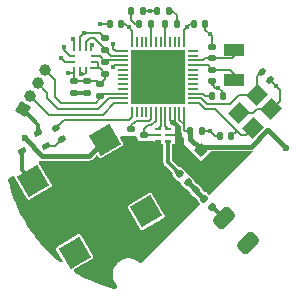
<source format=gbr>
%TF.GenerationSoftware,KiCad,Pcbnew,(6.0.11)*%
%TF.CreationDate,2023-02-20T14:16:24+01:00*%
%TF.ProjectId,cockTag,636f636b-5461-4672-9e6b-696361645f70,rev?*%
%TF.SameCoordinates,Original*%
%TF.FileFunction,Copper,L1,Top*%
%TF.FilePolarity,Positive*%
%FSLAX46Y46*%
G04 Gerber Fmt 4.6, Leading zero omitted, Abs format (unit mm)*
G04 Created by KiCad (PCBNEW (6.0.11)) date 2023-02-20 14:16:24*
%MOMM*%
%LPD*%
G01*
G04 APERTURE LIST*
G04 Aperture macros list*
%AMRoundRect*
0 Rectangle with rounded corners*
0 $1 Rounding radius*
0 $2 $3 $4 $5 $6 $7 $8 $9 X,Y pos of 4 corners*
0 Add a 4 corners polygon primitive as box body*
4,1,4,$2,$3,$4,$5,$6,$7,$8,$9,$2,$3,0*
0 Add four circle primitives for the rounded corners*
1,1,$1+$1,$2,$3*
1,1,$1+$1,$4,$5*
1,1,$1+$1,$6,$7*
1,1,$1+$1,$8,$9*
0 Add four rect primitives between the rounded corners*
20,1,$1+$1,$2,$3,$4,$5,0*
20,1,$1+$1,$4,$5,$6,$7,0*
20,1,$1+$1,$6,$7,$8,$9,0*
20,1,$1+$1,$8,$9,$2,$3,0*%
%AMHorizOval*
0 Thick line with rounded ends*
0 $1 width*
0 $2 $3 position (X,Y) of the first rounded end (center of the circle)*
0 $4 $5 position (X,Y) of the second rounded end (center of the circle)*
0 Add line between two ends*
20,1,$1,$2,$3,$4,$5,0*
0 Add two circle primitives to create the rounded ends*
1,1,$1,$2,$3*
1,1,$1,$4,$5*%
%AMRotRect*
0 Rectangle, with rotation*
0 The origin of the aperture is its center*
0 $1 length*
0 $2 width*
0 $3 Rotation angle, in degrees counterclockwise*
0 Add horizontal line*
21,1,$1,$2,0,0,$3*%
G04 Aperture macros list end*
%TA.AperFunction,SMDPad,CuDef*%
%ADD10RoundRect,0.140000X-0.170000X0.140000X-0.170000X-0.140000X0.170000X-0.140000X0.170000X0.140000X0*%
%TD*%
%TA.AperFunction,SMDPad,CuDef*%
%ADD11RotRect,2.000000X2.000000X210.000000*%
%TD*%
%TA.AperFunction,SMDPad,CuDef*%
%ADD12R,0.550000X0.250000*%
%TD*%
%TA.AperFunction,SMDPad,CuDef*%
%ADD13RoundRect,0.140000X0.170000X-0.140000X0.170000X0.140000X-0.170000X0.140000X-0.170000X-0.140000X0*%
%TD*%
%TA.AperFunction,SMDPad,CuDef*%
%ADD14RoundRect,0.135000X0.135000X0.185000X-0.135000X0.185000X-0.135000X-0.185000X0.135000X-0.185000X0*%
%TD*%
%TA.AperFunction,SMDPad,CuDef*%
%ADD15RoundRect,0.147500X-0.147500X-0.172500X0.147500X-0.172500X0.147500X0.172500X-0.147500X0.172500X0*%
%TD*%
%TA.AperFunction,SMDPad,CuDef*%
%ADD16RotRect,0.450000X0.700000X120.000000*%
%TD*%
%TA.AperFunction,SMDPad,CuDef*%
%ADD17RoundRect,0.140000X0.219203X0.021213X0.021213X0.219203X-0.219203X-0.021213X-0.021213X-0.219203X0*%
%TD*%
%TA.AperFunction,SMDPad,CuDef*%
%ADD18RoundRect,0.050000X-0.050000X0.350000X-0.050000X-0.350000X0.050000X-0.350000X0.050000X0.350000X0*%
%TD*%
%TA.AperFunction,SMDPad,CuDef*%
%ADD19RoundRect,0.050000X-0.350000X0.050000X-0.350000X-0.050000X0.350000X-0.050000X0.350000X0.050000X0*%
%TD*%
%TA.AperFunction,SMDPad,CuDef*%
%ADD20R,4.600000X4.600000*%
%TD*%
%TA.AperFunction,SMDPad,CuDef*%
%ADD21R,1.800000X1.000000*%
%TD*%
%TA.AperFunction,SMDPad,CuDef*%
%ADD22RoundRect,0.135000X-0.135000X-0.185000X0.135000X-0.185000X0.135000X0.185000X-0.135000X0.185000X0*%
%TD*%
%TA.AperFunction,SMDPad,CuDef*%
%ADD23RoundRect,0.140000X-0.140000X-0.170000X0.140000X-0.170000X0.140000X0.170000X-0.140000X0.170000X0*%
%TD*%
%TA.AperFunction,SMDPad,CuDef*%
%ADD24RoundRect,0.225000X-0.335876X-0.017678X-0.017678X-0.335876X0.335876X0.017678X0.017678X0.335876X0*%
%TD*%
%TA.AperFunction,SMDPad,CuDef*%
%ADD25RoundRect,0.135000X-0.185000X0.135000X-0.185000X-0.135000X0.185000X-0.135000X0.185000X0.135000X0*%
%TD*%
%TA.AperFunction,SMDPad,CuDef*%
%ADD26RoundRect,0.147500X0.226274X0.017678X0.017678X0.226274X-0.226274X-0.017678X-0.017678X-0.226274X0*%
%TD*%
%TA.AperFunction,ComponentPad*%
%ADD27RotRect,1.000000X1.000000X150.000000*%
%TD*%
%TA.AperFunction,ComponentPad*%
%ADD28HorizOval,1.000000X0.000000X0.000000X0.000000X0.000000X0*%
%TD*%
%TA.AperFunction,SMDPad,CuDef*%
%ADD29RoundRect,0.135000X-0.227715X0.024413X-0.092715X-0.209413X0.227715X-0.024413X0.092715X0.209413X0*%
%TD*%
%TA.AperFunction,SMDPad,CuDef*%
%ADD30RotRect,1.400000X1.200000X225.000000*%
%TD*%
%TA.AperFunction,SMDPad,CuDef*%
%ADD31RoundRect,0.135000X0.185000X-0.135000X0.185000X0.135000X-0.185000X0.135000X-0.185000X-0.135000X0*%
%TD*%
%TA.AperFunction,SMDPad,CuDef*%
%ADD32RoundRect,0.140000X0.140000X0.170000X-0.140000X0.170000X-0.140000X-0.170000X0.140000X-0.170000X0*%
%TD*%
%TA.AperFunction,SMDPad,CuDef*%
%ADD33RoundRect,0.147500X0.017678X-0.226274X0.226274X-0.017678X-0.017678X0.226274X-0.226274X0.017678X0*%
%TD*%
%TA.AperFunction,SMDPad,CuDef*%
%ADD34RoundRect,0.147500X0.147500X0.172500X-0.147500X0.172500X-0.147500X-0.172500X0.147500X-0.172500X0*%
%TD*%
%TA.AperFunction,SMDPad,CuDef*%
%ADD35RoundRect,0.250000X-0.707107X-0.212132X-0.212132X-0.707107X0.707107X0.212132X0.212132X0.707107X0*%
%TD*%
%TA.AperFunction,SMDPad,CuDef*%
%ADD36R,0.250000X0.275000*%
%TD*%
%TA.AperFunction,SMDPad,CuDef*%
%ADD37R,0.275000X0.250000*%
%TD*%
%TA.AperFunction,ViaPad*%
%ADD38C,0.450000*%
%TD*%
%TA.AperFunction,ViaPad*%
%ADD39C,0.600000*%
%TD*%
%TA.AperFunction,Conductor*%
%ADD40C,0.350000*%
%TD*%
%TA.AperFunction,Conductor*%
%ADD41C,0.200000*%
%TD*%
%TA.AperFunction,Conductor*%
%ADD42C,0.300000*%
%TD*%
%TA.AperFunction,Conductor*%
%ADD43C,0.127000*%
%TD*%
%TA.AperFunction,Conductor*%
%ADD44C,0.400000*%
%TD*%
G04 APERTURE END LIST*
D10*
%TO.P,C8,1*%
%TO.N,GND*%
X155450000Y-91470000D03*
%TO.P,C8,2*%
%TO.N,XL1*%
X155450000Y-92430000D03*
%TD*%
D11*
%TO.P,BZ1,1,-*%
%TO.N,VCC*%
X146381089Y-99318911D03*
%TO.P,BZ1,2,+*%
%TO.N,Net-(BZ1-Pad2)*%
X140318911Y-102818911D03*
%TO.P,BZ1,3*%
%TO.N,N/C*%
X143818911Y-108881089D03*
%TO.P,BZ1,4*%
X149881089Y-105381089D03*
%TD*%
D12*
%TO.P,B1,1,UBAL*%
%TO.N,/MCU + RF/ANT*%
X151725000Y-99400000D03*
%TO.P,B1,2,GND*%
%TO.N,GND*%
X151725000Y-98900000D03*
%TO.P,B1,3,BAL1*%
%TO.N,/MCU + RF/ANT2*%
X151725000Y-98400000D03*
%TO.P,B1,4,BAL2*%
%TO.N,/MCU + RF/ANT1*%
X150875000Y-98400000D03*
%TO.P,B1,5,DC*%
%TO.N,VDD_PA*%
X150875000Y-98900000D03*
%TO.P,B1,6,GND*%
%TO.N,GND*%
X150875000Y-99400000D03*
%TD*%
D13*
%TO.P,C4,1*%
%TO.N,GND*%
X148600000Y-99380000D03*
%TO.P,C4,2*%
%TO.N,Net-(C4-Pad2)*%
X148600000Y-98420000D03*
%TD*%
D10*
%TO.P,C1,1*%
%TO.N,VCC*%
X144900000Y-94370000D03*
%TO.P,C1,2*%
%TO.N,GND*%
X144900000Y-95330000D03*
%TD*%
D14*
%TO.P,R5,1*%
%TO.N,GND*%
X149610000Y-88400000D03*
%TO.P,R5,2*%
%TO.N,Net-(D2-Pad1)*%
X148590000Y-88400000D03*
%TD*%
D15*
%TO.P,D2,1,K*%
%TO.N,Net-(D2-Pad1)*%
X149315000Y-89500000D03*
%TO.P,D2,2,A*%
%TO.N,/MCU + RF/LED_A*%
X150285000Y-89500000D03*
%TD*%
D16*
%TO.P,Q1,1,B*%
%TO.N,Net-(Q1-Pad1)*%
X141391025Y-99862917D03*
%TO.P,Q1,2,E*%
%TO.N,GND*%
X140741025Y-98737083D03*
%TO.P,Q1,3,C*%
%TO.N,Net-(BZ1-Pad2)*%
X139333975Y-100300000D03*
%TD*%
D17*
%TO.P,C6,1*%
%TO.N,Net-(C6-Pad1)*%
X153389411Y-102889411D03*
%TO.P,C6,2*%
%TO.N,/MCU + RF/ANT*%
X152710589Y-102210589D03*
%TD*%
D18*
%TO.P,U2,1,VDD*%
%TO.N,VCC*%
X153100000Y-91050000D03*
%TO.P,U2,2,DCC*%
%TO.N,unconnected-(U2-Pad2)*%
X152700000Y-91050000D03*
%TO.P,U2,3,P0.30*%
%TO.N,unconnected-(U2-Pad3)*%
X152300000Y-91050000D03*
%TO.P,U2,4,P0.0*%
%TO.N,unconnected-(U2-Pad4)*%
X151900000Y-91050000D03*
%TO.P,U2,5,P0.1*%
%TO.N,/MCU + RF/LED_B*%
X151500000Y-91050000D03*
%TO.P,U2,6,P0.2*%
%TO.N,unconnected-(U2-Pad6)*%
X151100000Y-91050000D03*
%TO.P,U2,7,P0.3*%
%TO.N,unconnected-(U2-Pad7)*%
X150700000Y-91050000D03*
%TO.P,U2,8,P0.4*%
%TO.N,/MCU + RF/LED_A*%
X150300000Y-91050000D03*
%TO.P,U2,9,P0.5*%
%TO.N,unconnected-(U2-Pad9)*%
X149900000Y-91050000D03*
%TO.P,U2,10,P0.6*%
%TO.N,unconnected-(U2-Pad10)*%
X149500000Y-91050000D03*
%TO.P,U2,11,P0.7*%
%TO.N,unconnected-(U2-Pad11)*%
X149100000Y-91050000D03*
%TO.P,U2,12,VDD*%
%TO.N,VCC*%
X148700000Y-91050000D03*
D19*
%TO.P,U2,13,VSS*%
%TO.N,GND*%
X147950000Y-91800000D03*
%TO.P,U2,14,P0.8*%
%TO.N,GYRO_SDA*%
X147950000Y-92200000D03*
%TO.P,U2,15,P0.9*%
%TO.N,GYRO_SCL*%
X147950000Y-92600000D03*
%TO.P,U2,16,P0.10*%
%TO.N,GYRO_INT*%
X147950000Y-93000000D03*
%TO.P,U2,17,P0.11*%
%TO.N,unconnected-(U2-Pad17)*%
X147950000Y-93400000D03*
%TO.P,U2,18,P0.12*%
%TO.N,unconnected-(U2-Pad18)*%
X147950000Y-93800000D03*
%TO.P,U2,19,P0.13*%
%TO.N,unconnected-(U2-Pad19)*%
X147950000Y-94200000D03*
%TO.P,U2,20,P0.14*%
%TO.N,unconnected-(U2-Pad20)*%
X147950000Y-94600000D03*
%TO.P,U2,21,P0.15*%
%TO.N,unconnected-(U2-Pad21)*%
X147950000Y-95000000D03*
%TO.P,U2,22,P0.16*%
%TO.N,BOOT*%
X147950000Y-95400000D03*
%TO.P,U2,23,SWDIO/~{RST}*%
%TO.N,SWDIO*%
X147950000Y-95800000D03*
%TO.P,U2,24,SWDCLK*%
%TO.N,SWDCLK*%
X147950000Y-96200000D03*
D18*
%TO.P,U2,25,P0.17*%
%TO.N,/MCU + RF/BUZZER*%
X148700000Y-96950000D03*
%TO.P,U2,26,P0.18*%
%TO.N,unconnected-(U2-Pad26)*%
X149100000Y-96950000D03*
%TO.P,U2,27,P0.19*%
%TO.N,unconnected-(U2-Pad27)*%
X149500000Y-96950000D03*
%TO.P,U2,28,P0.20*%
%TO.N,unconnected-(U2-Pad28)*%
X149900000Y-96950000D03*
%TO.P,U2,29,DEC2*%
%TO.N,Net-(C4-Pad2)*%
X150300000Y-96950000D03*
%TO.P,U2,30,VDD_PA*%
%TO.N,VDD_PA*%
X150700000Y-96950000D03*
%TO.P,U2,31,ANT1*%
%TO.N,/MCU + RF/ANT1*%
X151100000Y-96950000D03*
%TO.P,U2,32,ANT2*%
%TO.N,/MCU + RF/ANT2*%
X151500000Y-96950000D03*
%TO.P,U2,33,VSS*%
%TO.N,GND*%
X151900000Y-96950000D03*
%TO.P,U2,34,VSS*%
X152300000Y-96950000D03*
%TO.P,U2,35,AVDD*%
%TO.N,VCC*%
X152700000Y-96950000D03*
%TO.P,U2,36,AVDD*%
X153100000Y-96950000D03*
D19*
%TO.P,U2,37,XC1*%
%TO.N,/MCU + RF/XC1*%
X153850000Y-96200000D03*
%TO.P,U2,38,XC2*%
%TO.N,/MCU + RF/XC2*%
X153850000Y-95800000D03*
%TO.P,U2,39,DEC1*%
%TO.N,Net-(C5-Pad1)*%
X153850000Y-95400000D03*
%TO.P,U2,40,P0.21*%
%TO.N,unconnected-(U2-Pad40)*%
X153850000Y-95000000D03*
%TO.P,U2,41,P0.22*%
%TO.N,unconnected-(U2-Pad41)*%
X153850000Y-94600000D03*
%TO.P,U2,42,P0.23*%
%TO.N,unconnected-(U2-Pad42)*%
X153850000Y-94200000D03*
%TO.P,U2,43,P0.24*%
%TO.N,unconnected-(U2-Pad43)*%
X153850000Y-93800000D03*
%TO.P,U2,44,P0.25*%
%TO.N,unconnected-(U2-Pad44)*%
X153850000Y-93400000D03*
%TO.P,U2,45,P0.26*%
%TO.N,XL2*%
X153850000Y-93000000D03*
%TO.P,U2,46,P0.27*%
%TO.N,XL1*%
X153850000Y-92600000D03*
%TO.P,U2,47,P0.28*%
%TO.N,unconnected-(U2-Pad47)*%
X153850000Y-92200000D03*
%TO.P,U2,48,P0.29*%
%TO.N,unconnected-(U2-Pad48)*%
X153850000Y-91800000D03*
D20*
%TO.P,U2,49,EP*%
%TO.N,GND*%
X150900000Y-94000000D03*
%TD*%
D21*
%TO.P,Y1,1,1*%
%TO.N,XL2*%
X157350000Y-94250000D03*
%TO.P,Y1,2,2*%
%TO.N,XL1*%
X157350000Y-91750000D03*
%TD*%
D22*
%TO.P,R4,1*%
%TO.N,GND*%
X150790000Y-88400000D03*
%TO.P,R4,2*%
%TO.N,Net-(D1-Pad1)*%
X151810000Y-88400000D03*
%TD*%
D23*
%TO.P,C13,1*%
%TO.N,VCC*%
X153920000Y-89500000D03*
%TO.P,C13,2*%
%TO.N,GND*%
X154880000Y-89500000D03*
%TD*%
D13*
%TO.P,C10,1*%
%TO.N,GND*%
X155450000Y-94330000D03*
%TO.P,C10,2*%
%TO.N,XL2*%
X155450000Y-93370000D03*
%TD*%
D24*
%TO.P,C3,1*%
%TO.N,VCC*%
X154551992Y-100151992D03*
%TO.P,C3,2*%
%TO.N,GND*%
X155648008Y-101248008D03*
%TD*%
D25*
%TO.P,R6,1*%
%TO.N,VCC*%
X146000000Y-94590000D03*
%TO.P,R6,2*%
%TO.N,BOOT*%
X146000000Y-95610000D03*
%TD*%
D17*
%TO.P,C11,1*%
%TO.N,GND*%
X160339411Y-94239411D03*
%TO.P,C11,2*%
%TO.N,/MCU + RF/XC2*%
X159660589Y-93560589D03*
%TD*%
D23*
%TO.P,C14,1*%
%TO.N,VCC*%
X153620000Y-98600000D03*
%TO.P,C14,2*%
%TO.N,GND*%
X154580000Y-98600000D03*
%TD*%
D26*
%TO.P,L1,1*%
%TO.N,Net-(AE1-Pad1)*%
X155492947Y-104992947D03*
%TO.P,L1,2*%
%TO.N,Net-(C6-Pad1)*%
X154807053Y-104307053D03*
%TD*%
D27*
%TO.P,J1,1,Pin_1*%
%TO.N,GND*%
X139450000Y-96745449D03*
D28*
%TO.P,J1,2,Pin_2*%
%TO.N,SWDCLK*%
X140085000Y-95645597D03*
%TO.P,J1,3,Pin_3*%
%TO.N,SWDIO*%
X140720000Y-94545744D03*
%TO.P,J1,4,Pin_4*%
%TO.N,BOOT*%
X141355000Y-93445892D03*
%TD*%
D29*
%TO.P,R3,1*%
%TO.N,/MCU + RF/BUZZER*%
X142245000Y-98358327D03*
%TO.P,R3,2*%
%TO.N,Net-(Q1-Pad1)*%
X142755000Y-99241673D03*
%TD*%
D23*
%TO.P,C5,1*%
%TO.N,Net-(C5-Pad1)*%
X155420000Y-95600000D03*
%TO.P,C5,2*%
%TO.N,GND*%
X156380000Y-95600000D03*
%TD*%
D30*
%TO.P,Y2,1,1*%
%TO.N,/MCU + RF/XC2*%
X159276777Y-95521142D03*
%TO.P,Y2,2,2*%
%TO.N,GND*%
X157721142Y-97076777D03*
%TO.P,Y2,3,3*%
%TO.N,/MCU + RF/XC1*%
X158923223Y-98278858D03*
%TO.P,Y2,4,4*%
%TO.N,GND*%
X160478858Y-96723223D03*
%TD*%
D31*
%TO.P,R1,1*%
%TO.N,VCC*%
X146400000Y-93710000D03*
%TO.P,R1,2*%
%TO.N,GYRO_SCL*%
X146400000Y-92690000D03*
%TD*%
D25*
%TO.P,R2,1*%
%TO.N,VCC*%
X146400000Y-90690000D03*
%TO.P,R2,2*%
%TO.N,GYRO_SDA*%
X146400000Y-91710000D03*
%TD*%
D32*
%TO.P,C12,1*%
%TO.N,VCC*%
X147780000Y-89500000D03*
%TO.P,C12,2*%
%TO.N,GND*%
X146820000Y-89500000D03*
%TD*%
D10*
%TO.P,C7,1*%
%TO.N,VDD_PA*%
X149700000Y-98920000D03*
%TO.P,C7,2*%
%TO.N,GND*%
X149700000Y-99880000D03*
%TD*%
D33*
%TO.P,L2,1*%
%TO.N,GND*%
X153407053Y-104292947D03*
%TO.P,L2,2*%
%TO.N,Net-(C6-Pad1)*%
X154092947Y-103607053D03*
%TD*%
D34*
%TO.P,D1,1,K*%
%TO.N,Net-(D1-Pad1)*%
X152485000Y-89500000D03*
%TO.P,D1,2,A*%
%TO.N,/MCU + RF/LED_B*%
X151515000Y-89500000D03*
%TD*%
D23*
%TO.P,C9,1*%
%TO.N,GND*%
X156120000Y-99000000D03*
%TO.P,C9,2*%
%TO.N,/MCU + RF/XC1*%
X157080000Y-99000000D03*
%TD*%
D10*
%TO.P,C2,1*%
%TO.N,VCC*%
X143800000Y-94370000D03*
%TO.P,C2,2*%
%TO.N,GND*%
X143800000Y-95330000D03*
%TD*%
D35*
%TO.P,AE1,1,A*%
%TO.N,Net-(AE1-Pad1)*%
X156474695Y-105974695D03*
%TO.P,AE1,2*%
%TO.N,N/C*%
X158525305Y-108025305D03*
%TD*%
D36*
%TO.P,U1,1,ADDR*%
%TO.N,GND*%
X145250000Y-91737500D03*
%TO.P,U1,2,SDA*%
%TO.N,GYRO_SDA*%
X144750000Y-91737500D03*
%TO.P,U1,3,IO_VDD*%
%TO.N,VCC*%
X144250000Y-91737500D03*
%TO.P,U1,4,RES*%
%TO.N,GND*%
X143750000Y-91737500D03*
D37*
%TO.P,U1,5,INT*%
%TO.N,GYRO_INT*%
X143737500Y-92250000D03*
%TO.P,U1,6,GND*%
%TO.N,GND*%
X143737500Y-92750000D03*
D36*
%TO.P,U1,7,VDD*%
%TO.N,VCC*%
X143750000Y-93262500D03*
%TO.P,U1,8,GND*%
%TO.N,GND*%
X144250000Y-93262500D03*
%TO.P,U1,9,GND*%
X144750000Y-93262500D03*
%TO.P,U1,10,VDD*%
%TO.N,VCC*%
X145250000Y-93262500D03*
D37*
%TO.P,U1,11,IO_VDD*%
X145262500Y-92750000D03*
%TO.P,U1,12,SCL*%
%TO.N,GYRO_SCL*%
X145262500Y-92250000D03*
%TD*%
D38*
%TO.N,GND*%
X151800000Y-104500000D03*
X151175000Y-101525000D03*
X153331910Y-101793192D03*
X156000000Y-94900000D03*
X150850000Y-108000000D03*
X155000000Y-101800000D03*
X145800000Y-110500000D03*
X146800000Y-106500000D03*
X154575000Y-103050000D03*
X145299702Y-91300130D03*
X155275500Y-98600000D03*
X146000000Y-89500000D03*
X152650000Y-98900000D03*
X150200000Y-88400000D03*
X143700000Y-90800000D03*
X154186058Y-104738942D03*
X151124459Y-100725000D03*
X152200000Y-106700000D03*
X150900000Y-95200000D03*
X148200000Y-107900000D03*
X153400000Y-104300000D03*
X150900000Y-92800000D03*
X148800000Y-101500000D03*
X141800000Y-104500000D03*
X149100000Y-99900000D03*
X153475000Y-105400000D03*
X151124459Y-99950000D03*
X157800000Y-101050000D03*
X152825000Y-106050000D03*
X155226422Y-103673558D03*
X144385816Y-93782565D03*
X152100000Y-97800000D03*
X149700000Y-94000000D03*
X147100000Y-91200000D03*
X145800000Y-108500000D03*
X152325000Y-99950000D03*
X152100000Y-94000000D03*
X144800000Y-104500000D03*
X147800000Y-104500000D03*
X152325541Y-100650000D03*
X156525000Y-102350000D03*
X152300000Y-102850000D03*
X151775000Y-102125000D03*
X152675000Y-101325000D03*
X157150000Y-101700000D03*
X155875000Y-103000000D03*
X146800000Y-102500000D03*
X152943130Y-103481870D03*
X153969370Y-102430630D03*
X144370000Y-95330000D03*
X151550000Y-107350000D03*
X160900000Y-94800000D03*
X150900000Y-94000000D03*
X140800000Y-106500000D03*
X155300000Y-90400000D03*
X142700000Y-92400000D03*
X143800000Y-102500000D03*
X143800000Y-106500000D03*
%TO.N,VCC*%
X148400000Y-89800000D03*
D39*
X139600000Y-99200000D03*
X161700000Y-100000000D03*
D38*
X144600000Y-90300000D03*
X143262289Y-93620533D03*
X160182886Y-98461746D03*
X153350000Y-89750000D03*
%TO.N,GYRO_INT*%
X147038691Y-93152422D03*
X142900000Y-91500000D03*
%TD*%
D40*
%TO.N,Net-(AE1-Pad1)*%
X155492947Y-104992947D02*
X156474695Y-105974695D01*
%TO.N,/MCU + RF/ANT*%
X151723959Y-101223959D02*
X151723959Y-99593641D01*
X152710589Y-102210589D02*
X151723959Y-101223959D01*
D41*
%TO.N,GND*%
X155450000Y-90550000D02*
X155300000Y-90400000D01*
X148600000Y-99480000D02*
X148680000Y-99480000D01*
X147300000Y-91800000D02*
X147100000Y-91600000D01*
X148680000Y-99480000D02*
X149100000Y-99900000D01*
X155500000Y-94700000D02*
X155700000Y-94900000D01*
X155675500Y-99000000D02*
X155275500Y-98600000D01*
X155450000Y-94330000D02*
X155450000Y-94650000D01*
X155700000Y-94900000D02*
X156000000Y-94900000D01*
X156120000Y-99000000D02*
X155675500Y-99000000D01*
X154880000Y-89500000D02*
X154880000Y-89980000D01*
X152300000Y-96950000D02*
X152300000Y-97600000D01*
X154880000Y-89980000D02*
X155300000Y-90400000D01*
X150200000Y-88400000D02*
X150790000Y-88400000D01*
X145250000Y-91349832D02*
X145299702Y-91300130D01*
X144385816Y-93782565D02*
X144617435Y-93782565D01*
X147100000Y-91600000D02*
X147100000Y-91200000D01*
X143737500Y-92750000D02*
X143050000Y-92750000D01*
X145250000Y-91737500D02*
X145250000Y-91349832D01*
X156380000Y-95280000D02*
X156000000Y-94900000D01*
X144750000Y-93262500D02*
X144750000Y-93650000D01*
X143750000Y-90850000D02*
X143700000Y-90800000D01*
X147950000Y-91800000D02*
X147300000Y-91800000D01*
X151900000Y-96950000D02*
X151900000Y-97600000D01*
X154580000Y-98600000D02*
X155275500Y-98600000D01*
X160339411Y-94239411D02*
X160900000Y-94800000D01*
X155450000Y-94650000D02*
X155500000Y-94700000D01*
X161200000Y-95100000D02*
X160900000Y-94800000D01*
X151900000Y-97600000D02*
X152100000Y-97800000D01*
X143050000Y-92750000D02*
X142700000Y-92400000D01*
D42*
X144900000Y-95330000D02*
X144370000Y-95330000D01*
D41*
X149700000Y-99880000D02*
X149120000Y-99880000D01*
D43*
X157721142Y-97076777D02*
X158923223Y-97076777D01*
D44*
X155046016Y-101800000D02*
X155648008Y-101198008D01*
D41*
X160478858Y-96723223D02*
X161200000Y-96002081D01*
D42*
X143800000Y-95330000D02*
X144370000Y-95330000D01*
D41*
X146820000Y-89500000D02*
X146000000Y-89500000D01*
X155450000Y-91470000D02*
X155450000Y-90550000D01*
D42*
X140741025Y-98036474D02*
X139450000Y-96745449D01*
D43*
X158923223Y-97076777D02*
X159276777Y-96723223D01*
X159276777Y-96723223D02*
X160478858Y-96723223D01*
D42*
X140741025Y-98737083D02*
X140741025Y-98036474D01*
D41*
X149120000Y-99880000D02*
X149100000Y-99900000D01*
X151725000Y-98900000D02*
X152650000Y-98900000D01*
X156380000Y-95600000D02*
X156380000Y-95280000D01*
X143750000Y-91737500D02*
X143750000Y-90850000D01*
X149610000Y-88400000D02*
X150200000Y-88400000D01*
X144382565Y-93782565D02*
X144385816Y-93782565D01*
X152300000Y-97600000D02*
X152100000Y-97800000D01*
X161200000Y-96002081D02*
X161200000Y-95100000D01*
X144250000Y-93650000D02*
X144382565Y-93782565D01*
X144250000Y-93262500D02*
X144250000Y-93650000D01*
X144617435Y-93782565D02*
X144750000Y-93650000D01*
%TO.N,/MCU + RF/ANT2*%
X151500000Y-96950000D02*
X151500000Y-98175000D01*
X151500000Y-98175000D02*
X151725000Y-98400000D01*
%TO.N,/MCU + RF/ANT1*%
X151100000Y-96950000D02*
X151100000Y-98175000D01*
X151100000Y-98175000D02*
X150875000Y-98400000D01*
%TO.N,VDD_PA*%
X150700000Y-96950000D02*
X150699999Y-97714029D01*
X149700000Y-98400000D02*
X149700000Y-98920000D01*
X149720000Y-98900000D02*
X149700000Y-98920000D01*
X150000481Y-98099519D02*
X149700000Y-98400000D01*
X150875000Y-98900000D02*
X149720000Y-98900000D01*
X150314509Y-98099519D02*
X150000481Y-98099519D01*
X150699999Y-97714029D02*
X150314509Y-98099519D01*
%TO.N,VCC*%
X145780480Y-93244520D02*
X145762500Y-93262500D01*
X143750000Y-93650000D02*
X143750000Y-94320000D01*
X143750000Y-94320000D02*
X143800000Y-94370000D01*
X152700000Y-97600000D02*
X153100000Y-98000000D01*
D44*
X160182886Y-98461746D02*
X160153869Y-98461746D01*
D41*
X143750000Y-93262500D02*
X143750000Y-93650000D01*
D44*
X161700000Y-100000000D02*
X160182886Y-98482886D01*
D41*
X153100000Y-90000000D02*
X153100000Y-91050000D01*
X152700000Y-96950000D02*
X152700000Y-97600000D01*
D44*
X141100000Y-100700000D02*
X145000000Y-100700000D01*
D41*
X153100000Y-98000000D02*
X153100000Y-98500000D01*
X153100000Y-98500000D02*
X153200000Y-98600000D01*
X153600000Y-89500000D02*
X153920000Y-89500000D01*
X143720533Y-93620533D02*
X143750000Y-93650000D01*
D44*
X160153869Y-98461746D02*
X158715615Y-99900000D01*
X145000000Y-100700000D02*
X146381089Y-99318911D01*
D41*
X144250000Y-90650000D02*
X144600000Y-90300000D01*
X145780480Y-92800000D02*
X145780480Y-93244520D01*
X144250000Y-91737500D02*
X144250000Y-90650000D01*
X153200000Y-98600000D02*
X153620000Y-98600000D01*
X144600000Y-90300000D02*
X146010000Y-90300000D01*
D44*
X139600000Y-99200000D02*
X141100000Y-100700000D01*
D41*
X145952500Y-93262500D02*
X146400000Y-93710000D01*
X153100000Y-90000000D02*
X153350000Y-89750000D01*
X148400000Y-89800000D02*
X148100000Y-89500000D01*
X148400000Y-89800000D02*
X148700000Y-90100000D01*
D44*
X154451992Y-100051992D02*
X153620000Y-99220000D01*
X158715615Y-99900000D02*
X154603984Y-99900000D01*
X154603984Y-99900000D02*
X154451992Y-100051992D01*
D41*
X145250000Y-93262500D02*
X145762500Y-93262500D01*
X148700000Y-90100000D02*
X148700000Y-91050000D01*
X153350000Y-89750000D02*
X153600000Y-89500000D01*
X146010000Y-90300000D02*
X146400000Y-90690000D01*
X153100000Y-96950000D02*
X153100000Y-98000000D01*
D44*
X153620000Y-99220000D02*
X153620000Y-98600000D01*
D41*
X145262500Y-92750000D02*
X145730480Y-92750000D01*
X145762500Y-93262500D02*
X145952500Y-93262500D01*
X144900000Y-94370000D02*
X145830000Y-94370000D01*
X146230000Y-94370000D02*
X146400000Y-94200000D01*
X148100000Y-89500000D02*
X147780000Y-89500000D01*
X143262289Y-93620533D02*
X143720533Y-93620533D01*
D44*
X160182886Y-98482886D02*
X160182886Y-98461746D01*
D41*
X145730480Y-92750000D02*
X145780480Y-92800000D01*
X143800000Y-94370000D02*
X144900000Y-94370000D01*
X146400000Y-94200000D02*
X146400000Y-93710000D01*
D42*
%TO.N,Net-(BZ1-Pad2)*%
X139333975Y-101833975D02*
X140318911Y-102818911D01*
X139333975Y-100300000D02*
X139333975Y-101833975D01*
D41*
%TO.N,Net-(C4-Pad2)*%
X148600000Y-98520000D02*
X148600000Y-98100000D01*
X150100000Y-97700000D02*
X150149022Y-97700000D01*
X148600000Y-98100000D02*
X148900000Y-97800000D01*
X150300480Y-97548542D02*
X150300480Y-97000000D01*
X148900000Y-97800000D02*
X149000000Y-97700000D01*
X149000000Y-97700000D02*
X150100000Y-97700000D01*
X150149022Y-97700000D02*
X150300480Y-97548542D01*
%TO.N,Net-(C5-Pad1)*%
X154900000Y-95600000D02*
X154700000Y-95400000D01*
X155420000Y-95600000D02*
X154900000Y-95600000D01*
X154700000Y-95400000D02*
X153850000Y-95400000D01*
D44*
%TO.N,Net-(C6-Pad1)*%
X153389411Y-102889411D02*
X154807053Y-104307053D01*
D41*
%TO.N,XL1*%
X154900000Y-92400000D02*
X155420000Y-92400000D01*
X157350000Y-92250000D02*
X157170000Y-92430000D01*
X153850000Y-92600000D02*
X154700000Y-92600000D01*
X154700000Y-92600000D02*
X154900000Y-92400000D01*
X157350000Y-91750000D02*
X157350000Y-92250000D01*
X157170000Y-92430000D02*
X155450000Y-92430000D01*
%TO.N,/MCU + RF/XC1*%
X157100000Y-99000000D02*
X157550000Y-98550000D01*
X153850000Y-96200000D02*
X154334994Y-96200000D01*
X154834514Y-96699520D02*
X155699520Y-96699520D01*
X154334994Y-96200000D02*
X154834514Y-96699520D01*
X157550000Y-98550000D02*
X157900000Y-98900000D01*
X157900000Y-98900000D02*
X158302081Y-98900000D01*
X157080000Y-99000000D02*
X157100000Y-99000000D01*
X155699520Y-96699520D02*
X157550000Y-98550000D01*
X158302081Y-98900000D02*
X158923223Y-98278858D01*
%TO.N,XL2*%
X157350000Y-93750000D02*
X156970000Y-93370000D01*
X156970000Y-93370000D02*
X155450000Y-93370000D01*
X157350000Y-94250000D02*
X157350000Y-93750000D01*
X155080000Y-93000000D02*
X155450000Y-93370000D01*
X153850000Y-93000000D02*
X155080000Y-93000000D01*
%TO.N,/MCU + RF/XC2*%
X157000000Y-96300000D02*
X155000000Y-96300000D01*
X154500000Y-95800000D02*
X153850000Y-95800000D01*
X159276777Y-93944401D02*
X159660589Y-93560589D01*
X157778858Y-95521142D02*
X157000000Y-96300000D01*
X159276777Y-95521142D02*
X159276777Y-93944401D01*
X159276777Y-95521142D02*
X157778858Y-95521142D01*
X155000000Y-96300000D02*
X154500000Y-95800000D01*
%TO.N,SWDCLK*%
X146200000Y-97200000D02*
X147200000Y-96200000D01*
X147200000Y-96200000D02*
X147950000Y-96200000D01*
X141639403Y-97200000D02*
X146200000Y-97200000D01*
X140085000Y-95645597D02*
X141639403Y-97200000D01*
%TO.N,SWDIO*%
X145844984Y-96699520D02*
X146744504Y-95800000D01*
X146744504Y-95800000D02*
X147950000Y-95800000D01*
X141502204Y-95802204D02*
X142399520Y-96699520D01*
X140720000Y-94545744D02*
X141502204Y-95327948D01*
X142399520Y-96699520D02*
X145844984Y-96699520D01*
X141502204Y-95327948D02*
X141502204Y-95802204D01*
%TO.N,Net-(Q1-Pad1)*%
X142133756Y-99862917D02*
X142755000Y-99241673D01*
X141391025Y-99862917D02*
X142133756Y-99862917D01*
%TO.N,GYRO_SCL*%
X147950000Y-92600000D02*
X146490000Y-92600000D01*
X146490000Y-92600000D02*
X146400000Y-92690000D01*
X145960000Y-92250000D02*
X146400000Y-92690000D01*
X145262500Y-92250000D02*
X145960000Y-92250000D01*
%TO.N,GYRO_SDA*%
X146890000Y-92200000D02*
X146400000Y-91710000D01*
X144750000Y-91050000D02*
X145100000Y-90700000D01*
X145100000Y-90700000D02*
X145441344Y-90700000D01*
X146400000Y-91658656D02*
X146400000Y-91710000D01*
X144750000Y-91737500D02*
X144750000Y-91050000D01*
X145441344Y-90700000D02*
X146400000Y-91658656D01*
X147950000Y-92200000D02*
X146890000Y-92200000D01*
%TO.N,/MCU + RF/BUZZER*%
X148446634Y-97653366D02*
X148700000Y-97400000D01*
X142949961Y-97653366D02*
X148446634Y-97653366D01*
X148700000Y-97400000D02*
X148700000Y-96950000D01*
X142245000Y-98358327D02*
X142949961Y-97653366D01*
%TO.N,GYRO_INT*%
X143400978Y-92250000D02*
X143737500Y-92250000D01*
X147191113Y-93000000D02*
X147038691Y-93152422D01*
X142900000Y-91749022D02*
X143400978Y-92250000D01*
X147950000Y-93000000D02*
X147191113Y-93000000D01*
X142900000Y-91500000D02*
X142900000Y-91749022D01*
%TO.N,/MCU + RF/LED_A*%
X150300000Y-89515000D02*
X150285000Y-89500000D01*
X150300000Y-91050000D02*
X150300000Y-89515000D01*
%TO.N,Net-(D1-Pad1)*%
X152485000Y-89500000D02*
X152485000Y-88785000D01*
X152485000Y-88785000D02*
X152100000Y-88400000D01*
X152100000Y-88400000D02*
X151810000Y-88400000D01*
%TO.N,Net-(D2-Pad1)*%
X148590000Y-89190000D02*
X148900000Y-89500000D01*
X148900000Y-89500000D02*
X149315000Y-89500000D01*
X148590000Y-88400000D02*
X148590000Y-89190000D01*
%TO.N,/MCU + RF/LED_B*%
X151500000Y-89515000D02*
X151515000Y-89500000D01*
X151500000Y-91050000D02*
X151500000Y-89515000D01*
%TO.N,BOOT*%
X145600000Y-96200000D02*
X142700000Y-96200000D01*
X146210000Y-95400000D02*
X146000000Y-95610000D01*
X142700000Y-96200000D02*
X142200000Y-95700000D01*
X142200000Y-95700000D02*
X142200000Y-94290892D01*
X147950000Y-95400000D02*
X146210000Y-95400000D01*
X146000000Y-95610000D02*
X146000000Y-95800000D01*
X146000000Y-95800000D02*
X145600000Y-96200000D01*
X142200000Y-94290892D02*
X141355000Y-93445892D01*
%TD*%
%TA.AperFunction,Conductor*%
%TO.N,GND*%
G36*
X151095899Y-99504101D02*
G01*
X151100000Y-99514000D01*
X151100000Y-99650000D01*
X151284900Y-99650000D01*
X151294799Y-99654101D01*
X151296541Y-99656222D01*
X151305448Y-99669552D01*
X151306590Y-99670315D01*
X151338539Y-99691663D01*
X151341659Y-99694516D01*
X151342288Y-99695296D01*
X151345039Y-99700967D01*
X151348108Y-99714406D01*
X151348459Y-99717523D01*
X151348459Y-101182386D01*
X151348145Y-101185330D01*
X151343690Y-101206025D01*
X151343826Y-101207171D01*
X151348362Y-101245498D01*
X151348459Y-101247144D01*
X151348459Y-101255152D01*
X151348553Y-101255716D01*
X151348553Y-101255718D01*
X151352022Y-101276561D01*
X151352115Y-101277213D01*
X151358383Y-101330169D01*
X151358884Y-101331212D01*
X151358885Y-101331216D01*
X151361442Y-101336540D01*
X151362632Y-101340302D01*
X151363792Y-101347272D01*
X151364343Y-101348293D01*
X151389121Y-101394214D01*
X151389418Y-101394798D01*
X151412496Y-101442859D01*
X151416053Y-101447090D01*
X151418072Y-101449109D01*
X151420494Y-101452360D01*
X151423153Y-101457288D01*
X151424001Y-101458072D01*
X151424002Y-101458073D01*
X151463940Y-101494991D01*
X151464336Y-101495373D01*
X152041728Y-102072765D01*
X152043761Y-102075342D01*
X152054756Y-102093262D01*
X152092018Y-102133528D01*
X152092814Y-102134469D01*
X152118537Y-102167798D01*
X152119308Y-102168904D01*
X152136774Y-102196702D01*
X152137364Y-102197736D01*
X152137749Y-102198483D01*
X152138640Y-102209161D01*
X152135204Y-102214796D01*
X152100000Y-102250000D01*
X152153866Y-102303866D01*
X152157123Y-102308977D01*
X152191955Y-102404679D01*
X152222402Y-102444358D01*
X152476820Y-102698775D01*
X152516499Y-102729223D01*
X152517503Y-102729588D01*
X152517504Y-102729589D01*
X152612201Y-102764055D01*
X152617312Y-102767312D01*
X152832688Y-102982688D01*
X152835945Y-102987799D01*
X152865913Y-103070136D01*
X152870777Y-103083501D01*
X152901224Y-103123180D01*
X153155642Y-103377597D01*
X153195321Y-103408045D01*
X153196325Y-103408410D01*
X153196326Y-103408411D01*
X153291023Y-103442877D01*
X153296134Y-103446134D01*
X153527438Y-103677438D01*
X153530780Y-103682790D01*
X153556322Y-103757182D01*
X153556969Y-103758050D01*
X153556970Y-103758052D01*
X153596721Y-103811381D01*
X153597275Y-103812124D01*
X153887876Y-104102725D01*
X153943361Y-104143970D01*
X154017129Y-104169155D01*
X154022505Y-104172505D01*
X154230432Y-104380432D01*
X154233774Y-104385785D01*
X154270428Y-104492537D01*
X154311381Y-104547479D01*
X154484077Y-104720175D01*
X154488178Y-104730074D01*
X154484063Y-104739988D01*
X153961276Y-105261276D01*
X150600000Y-101900000D01*
X150600000Y-99500000D01*
X151086000Y-99500000D01*
X151095899Y-99504101D01*
G37*
%TD.AperFunction*%
%TD*%
%TA.AperFunction,Conductor*%
%TO.N,GND*%
G36*
X152438506Y-97770002D02*
G01*
X152463726Y-97791362D01*
X152467426Y-97795442D01*
X152473532Y-97805348D01*
X152495193Y-97821820D01*
X152495307Y-97821906D01*
X152508136Y-97833107D01*
X152762596Y-98087568D01*
X152796621Y-98149880D01*
X152799500Y-98176663D01*
X152799500Y-98447634D01*
X152799304Y-98450307D01*
X152797575Y-98455342D01*
X152798011Y-98466964D01*
X152798011Y-98466966D01*
X152799411Y-98504255D01*
X152799500Y-98508981D01*
X152799500Y-98527948D01*
X152800382Y-98532683D01*
X152800610Y-98536209D01*
X152801774Y-98567208D01*
X152806364Y-98577893D01*
X152807401Y-98582493D01*
X152810962Y-98594214D01*
X152812661Y-98598617D01*
X152814791Y-98610053D01*
X152820895Y-98619955D01*
X152827727Y-98631039D01*
X152836231Y-98647411D01*
X152842451Y-98661888D01*
X152842453Y-98661892D01*
X152845964Y-98670063D01*
X152849978Y-98674949D01*
X152852148Y-98677119D01*
X152854218Y-98679402D01*
X152854058Y-98679547D01*
X152861177Y-98688553D01*
X152867338Y-98695347D01*
X152868587Y-98697926D01*
X152870267Y-98700051D01*
X152873532Y-98705348D01*
X152873533Y-98705349D01*
X152872492Y-98705991D01*
X152898281Y-98759246D01*
X152900000Y-98779987D01*
X152900000Y-99000000D01*
X153013095Y-99113095D01*
X153047121Y-99175407D01*
X153050000Y-99202190D01*
X153050000Y-99650000D01*
X152300000Y-99650000D01*
X152300000Y-99000000D01*
X152292207Y-99000000D01*
X152289043Y-98997258D01*
X152250659Y-98937532D01*
X152250659Y-98866536D01*
X152276331Y-98819521D01*
X152293247Y-98800000D01*
X152300000Y-98800000D01*
X152300000Y-98150000D01*
X152069650Y-98034825D01*
X152017667Y-97986471D01*
X152000000Y-97922128D01*
X152000000Y-97876000D01*
X152020002Y-97807879D01*
X152073658Y-97761386D01*
X152126000Y-97750000D01*
X152370385Y-97750000D01*
X152438506Y-97770002D01*
G37*
%TD.AperFunction*%
%TD*%
%TA.AperFunction,Conductor*%
%TO.N,GND*%
G36*
X153051946Y-99651965D02*
G01*
X153707575Y-100314000D01*
X154499115Y-101113275D01*
X155395450Y-100304108D01*
X155404830Y-100300500D01*
X158779048Y-100300500D01*
X158780070Y-100300168D01*
X158782206Y-100300000D01*
X158902956Y-100300000D01*
X158912855Y-100304101D01*
X158916956Y-100314000D01*
X158912841Y-100323914D01*
X157595613Y-101637364D01*
X155241044Y-103985178D01*
X155231140Y-103989264D01*
X155221261Y-103985163D01*
X155047479Y-103811381D01*
X154991995Y-103770136D01*
X154946435Y-103754582D01*
X154885961Y-103733935D01*
X154880585Y-103730585D01*
X154643705Y-103493705D01*
X154640363Y-103488352D01*
X154629925Y-103457952D01*
X154629572Y-103456924D01*
X154588619Y-103401982D01*
X154298018Y-103111381D01*
X154242533Y-103070136D01*
X154211602Y-103059576D01*
X154206226Y-103056226D01*
X153946134Y-102796134D01*
X153942877Y-102791023D01*
X153908411Y-102696326D01*
X153908410Y-102696325D01*
X153908045Y-102695321D01*
X153877598Y-102655642D01*
X153623180Y-102401225D01*
X153583501Y-102370777D01*
X153582497Y-102370412D01*
X153582496Y-102370411D01*
X153487799Y-102335945D01*
X153482688Y-102332688D01*
X153267312Y-102117312D01*
X153264055Y-102112201D01*
X153229589Y-102017504D01*
X153229588Y-102017503D01*
X153229223Y-102016499D01*
X153198776Y-101976820D01*
X152944358Y-101722403D01*
X152904679Y-101691955D01*
X152903675Y-101691590D01*
X152903674Y-101691589D01*
X152808977Y-101657123D01*
X152803866Y-101653866D01*
X152750000Y-101600000D01*
X152714796Y-101635204D01*
X152704897Y-101639305D01*
X152698483Y-101637749D01*
X152697736Y-101637364D01*
X152696702Y-101636774D01*
X152668904Y-101619308D01*
X152667798Y-101618537D01*
X152634469Y-101592814D01*
X152633528Y-101592018D01*
X152593262Y-101554756D01*
X152574577Y-101543041D01*
X152572116Y-101541079D01*
X152103560Y-101072523D01*
X152099459Y-101062624D01*
X152099459Y-99713600D01*
X152100006Y-99709724D01*
X152101889Y-99703188D01*
X152104560Y-99698134D01*
X152105766Y-99696679D01*
X152105968Y-99696442D01*
X152107074Y-99695176D01*
X152109839Y-99692747D01*
X152143404Y-99670319D01*
X152144552Y-99669552D01*
X152153459Y-99656222D01*
X152162369Y-99650269D01*
X152165100Y-99650000D01*
X153050000Y-99650000D01*
X153051946Y-99651965D01*
G37*
%TD.AperFunction*%
%TD*%
%TA.AperFunction,Conductor*%
%TO.N,GND*%
G36*
X149022815Y-99020002D02*
G01*
X149071682Y-99079205D01*
X149200000Y-99400000D01*
X149482471Y-99400000D01*
X149487570Y-99400167D01*
X149490099Y-99400500D01*
X149699923Y-99400500D01*
X149909900Y-99400499D01*
X149912425Y-99400167D01*
X149917511Y-99400000D01*
X150481634Y-99400000D01*
X150549755Y-99420002D01*
X150596248Y-99473658D01*
X150600000Y-99483718D01*
X150600000Y-101900000D01*
X153961276Y-105261276D01*
X149514427Y-109695369D01*
X149503372Y-109706392D01*
X149441011Y-109740328D01*
X149370203Y-109735161D01*
X149334516Y-109714604D01*
X149169971Y-109579685D01*
X149165335Y-109577046D01*
X149165332Y-109577044D01*
X148974845Y-109468613D01*
X148974846Y-109468613D01*
X148970202Y-109465970D01*
X148818427Y-109410878D01*
X148759144Y-109389359D01*
X148759140Y-109389358D01*
X148754129Y-109387539D01*
X148748880Y-109386590D01*
X148748877Y-109386589D01*
X148665780Y-109371563D01*
X148527931Y-109346636D01*
X148523792Y-109346441D01*
X148523785Y-109346440D01*
X148505330Y-109345570D01*
X148505323Y-109345570D01*
X148503842Y-109345500D01*
X148342288Y-109345500D01*
X148262556Y-109352265D01*
X148176267Y-109359587D01*
X148176263Y-109359588D01*
X148170956Y-109360038D01*
X148165801Y-109361376D01*
X148165795Y-109361377D01*
X148064998Y-109387539D01*
X147948461Y-109417786D01*
X147841497Y-109465970D01*
X147743738Y-109510007D01*
X147743735Y-109510008D01*
X147738877Y-109512197D01*
X147548197Y-109640570D01*
X147544340Y-109644249D01*
X147544338Y-109644251D01*
X147490753Y-109695369D01*
X147381872Y-109799236D01*
X147244658Y-109983658D01*
X147140480Y-110188562D01*
X147072315Y-110408089D01*
X147042112Y-110635964D01*
X147050736Y-110865669D01*
X147051831Y-110870887D01*
X147079611Y-111003284D01*
X147097939Y-111090637D01*
X147182372Y-111304436D01*
X147301621Y-111500952D01*
X147305116Y-111504980D01*
X147305117Y-111504981D01*
X147411064Y-111627073D01*
X147440604Y-111691633D01*
X147430550Y-111761914D01*
X147404866Y-111798877D01*
X147311471Y-111892004D01*
X147249110Y-111925940D01*
X147188623Y-111924140D01*
X146566296Y-111750383D01*
X146559624Y-111748317D01*
X145916060Y-111529231D01*
X145909486Y-111526786D01*
X145279161Y-111272118D01*
X145272717Y-111269302D01*
X144903597Y-111095607D01*
X144657626Y-110979862D01*
X144651347Y-110976691D01*
X144053343Y-110653351D01*
X144047250Y-110649833D01*
X143795968Y-110495244D01*
X143748428Y-110442513D01*
X143736944Y-110372452D01*
X143765161Y-110307303D01*
X143798988Y-110278809D01*
X145302289Y-109410878D01*
X145315123Y-109399623D01*
X145337792Y-109379744D01*
X145337794Y-109379742D01*
X145347120Y-109371563D01*
X145352804Y-109360038D01*
X145376910Y-109311152D01*
X145382398Y-109300024D01*
X145387616Y-109220431D01*
X145368448Y-109163967D01*
X144348700Y-107397711D01*
X144337445Y-107384877D01*
X144317566Y-107362208D01*
X144317564Y-107362206D01*
X144309385Y-107352880D01*
X144298259Y-107347393D01*
X144298257Y-107347392D01*
X144272407Y-107334645D01*
X144237846Y-107317602D01*
X144225465Y-107316790D01*
X144225464Y-107316790D01*
X144193993Y-107314727D01*
X144158253Y-107312384D01*
X144133550Y-107320770D01*
X144107644Y-107329564D01*
X144107641Y-107329566D01*
X144101789Y-107331552D01*
X142335533Y-108351300D01*
X142330882Y-108355379D01*
X142300030Y-108382434D01*
X142300028Y-108382436D01*
X142290702Y-108390615D01*
X142255424Y-108462154D01*
X142250206Y-108541747D01*
X142269374Y-108598211D01*
X142272467Y-108603568D01*
X142795013Y-109508646D01*
X142811751Y-109577641D01*
X142788531Y-109644733D01*
X142732723Y-109688620D01*
X142662048Y-109695369D01*
X142608324Y-109670937D01*
X142362769Y-109479088D01*
X142357361Y-109474614D01*
X141845860Y-109026828D01*
X141840698Y-109022048D01*
X141354992Y-108546411D01*
X141350104Y-108541349D01*
X140891719Y-108039353D01*
X140887121Y-108034027D01*
X140457456Y-107507204D01*
X140453163Y-107501629D01*
X140053582Y-106951654D01*
X140049607Y-106945848D01*
X139814988Y-106581791D01*
X139681348Y-106374422D01*
X139677719Y-106368432D01*
X139341924Y-105777324D01*
X139338624Y-105771119D01*
X139319610Y-105732814D01*
X139036352Y-105162195D01*
X139033403Y-105155813D01*
X138984514Y-105041747D01*
X148312384Y-105041747D01*
X148331552Y-105098211D01*
X149351300Y-106864467D01*
X149355379Y-106869118D01*
X149382434Y-106899970D01*
X149382436Y-106899972D01*
X149390615Y-106909298D01*
X149401741Y-106914785D01*
X149401743Y-106914786D01*
X149426384Y-106926937D01*
X149462154Y-106944576D01*
X149474535Y-106945388D01*
X149474536Y-106945388D01*
X149506007Y-106947451D01*
X149541747Y-106949794D01*
X149573284Y-106939088D01*
X149592356Y-106932614D01*
X149592359Y-106932612D01*
X149598211Y-106930626D01*
X151364467Y-105910878D01*
X151377301Y-105899623D01*
X151399970Y-105879744D01*
X151399972Y-105879742D01*
X151409298Y-105871563D01*
X151444576Y-105800024D01*
X151449794Y-105720431D01*
X151430626Y-105663967D01*
X150410878Y-103897711D01*
X150394428Y-103878953D01*
X150379744Y-103862208D01*
X150379742Y-103862206D01*
X150371563Y-103852880D01*
X150360437Y-103847393D01*
X150360435Y-103847392D01*
X150334585Y-103834645D01*
X150300024Y-103817602D01*
X150287643Y-103816790D01*
X150287642Y-103816790D01*
X150256171Y-103814727D01*
X150220431Y-103812384D01*
X150195728Y-103820770D01*
X150169822Y-103829564D01*
X150169819Y-103829566D01*
X150163967Y-103831552D01*
X148397711Y-104851300D01*
X148393060Y-104855379D01*
X148362208Y-104882434D01*
X148362206Y-104882436D01*
X148352880Y-104890615D01*
X148317602Y-104962154D01*
X148312384Y-105041747D01*
X138984514Y-105041747D01*
X138945631Y-104951026D01*
X138765596Y-104530973D01*
X138763009Y-104524438D01*
X138712915Y-104386804D01*
X138530502Y-103885630D01*
X138528281Y-103878953D01*
X138458433Y-103647606D01*
X138331795Y-103228157D01*
X138329953Y-103221379D01*
X138314682Y-103158253D01*
X138220824Y-102770292D01*
X138204368Y-102702271D01*
X138207791Y-102631357D01*
X138249010Y-102573551D01*
X138264311Y-102563251D01*
X138565790Y-102390977D01*
X138634856Y-102374548D01*
X138701843Y-102398067D01*
X138745482Y-102454069D01*
X138750587Y-102473763D01*
X138750206Y-102479569D01*
X138769374Y-102536033D01*
X139789122Y-104302289D01*
X139793201Y-104306940D01*
X139820256Y-104337792D01*
X139820258Y-104337794D01*
X139828437Y-104347120D01*
X139839563Y-104352607D01*
X139839565Y-104352608D01*
X139864206Y-104364759D01*
X139899976Y-104382398D01*
X139912357Y-104383210D01*
X139912358Y-104383210D01*
X139943829Y-104385273D01*
X139979569Y-104387616D01*
X140011106Y-104376910D01*
X140030178Y-104370436D01*
X140030181Y-104370434D01*
X140036033Y-104368448D01*
X141802289Y-103348700D01*
X141822194Y-103331244D01*
X141837792Y-103317566D01*
X141837794Y-103317564D01*
X141847120Y-103309385D01*
X141882398Y-103237846D01*
X141887616Y-103158253D01*
X141875710Y-103123180D01*
X141870436Y-103107644D01*
X141870434Y-103107641D01*
X141868448Y-103101789D01*
X140848700Y-101335533D01*
X140809385Y-101290702D01*
X140811314Y-101289010D01*
X140779782Y-101245819D01*
X140775565Y-101174948D01*
X140810334Y-101113047D01*
X140835845Y-101093803D01*
X140849760Y-101085852D01*
X140918830Y-101069423D01*
X140956007Y-101079379D01*
X140956429Y-101078080D01*
X140965864Y-101081146D01*
X140974696Y-101085646D01*
X140984485Y-101087197D01*
X140984493Y-101087199D01*
X140996427Y-101089089D01*
X141015647Y-101093703D01*
X141027133Y-101097435D01*
X141027140Y-101097436D01*
X141036567Y-101100499D01*
X141068477Y-101100499D01*
X141068481Y-101100500D01*
X145063433Y-101100500D01*
X145072864Y-101097436D01*
X145072868Y-101097435D01*
X145084353Y-101093703D01*
X145103578Y-101089087D01*
X145115512Y-101087197D01*
X145115513Y-101087197D01*
X145125304Y-101085646D01*
X145134137Y-101081145D01*
X145134141Y-101081144D01*
X145144906Y-101075659D01*
X145163166Y-101068095D01*
X145184090Y-101061296D01*
X145201893Y-101048361D01*
X145218745Y-101038035D01*
X145229502Y-101032554D01*
X145238342Y-101028050D01*
X145260905Y-101005487D01*
X145260909Y-101005484D01*
X145593465Y-100672928D01*
X145655777Y-100638902D01*
X145726592Y-100643967D01*
X145783428Y-100686514D01*
X145791679Y-100699023D01*
X145851300Y-100802289D01*
X145855379Y-100806940D01*
X145882434Y-100837792D01*
X145882436Y-100837794D01*
X145890615Y-100847120D01*
X145901741Y-100852607D01*
X145901743Y-100852608D01*
X145926385Y-100864759D01*
X145962154Y-100882398D01*
X145974535Y-100883210D01*
X145974536Y-100883210D01*
X146006007Y-100885273D01*
X146041747Y-100887616D01*
X146073284Y-100876910D01*
X146092356Y-100870436D01*
X146092359Y-100870434D01*
X146098211Y-100868448D01*
X147864467Y-99848700D01*
X147887761Y-99828272D01*
X147899970Y-99817566D01*
X147899972Y-99817564D01*
X147909298Y-99809385D01*
X147918783Y-99790152D01*
X147939088Y-99748974D01*
X147944576Y-99737846D01*
X147949794Y-99658253D01*
X147930626Y-99601789D01*
X147692302Y-99188999D01*
X147675564Y-99120005D01*
X147698784Y-99052913D01*
X147754591Y-99009026D01*
X147801421Y-99000000D01*
X148954694Y-99000000D01*
X149022815Y-99020002D01*
G37*
%TD.AperFunction*%
%TD*%
%TA.AperFunction,Conductor*%
%TO.N,/MCU + RF/ANT*%
G36*
X152453686Y-101705583D02*
G01*
X152477721Y-101727825D01*
X152501153Y-101749509D01*
X152550607Y-101787677D01*
X152550836Y-101787821D01*
X152550839Y-101787823D01*
X152595144Y-101815661D01*
X152595149Y-101815664D01*
X152595353Y-101815792D01*
X152636962Y-101837206D01*
X152637113Y-101837274D01*
X152677001Y-101855269D01*
X152716766Y-101873208D01*
X152717309Y-101873470D01*
X152758199Y-101894514D01*
X152759070Y-101895010D01*
X152802921Y-101922563D01*
X152803844Y-101923208D01*
X152852435Y-101960710D01*
X152853231Y-101961382D01*
X152896452Y-102001378D01*
X152903038Y-102007473D01*
X152906782Y-102015607D01*
X152906191Y-102019760D01*
X152811433Y-102304033D01*
X152805565Y-102310798D01*
X152804033Y-102311433D01*
X152519760Y-102406191D01*
X152510828Y-102405556D01*
X152507473Y-102403038D01*
X152461385Y-102353234D01*
X152460710Y-102352435D01*
X152423208Y-102303844D01*
X152422563Y-102302921D01*
X152395010Y-102259070D01*
X152394514Y-102258199D01*
X152373470Y-102217309D01*
X152373208Y-102216766D01*
X152355269Y-102177001D01*
X152337274Y-102137113D01*
X152337206Y-102136962D01*
X152315792Y-102095353D01*
X152287677Y-102050607D01*
X152263870Y-102019760D01*
X152249683Y-102001378D01*
X152249679Y-102001373D01*
X152249509Y-102001153D01*
X152227825Y-101977721D01*
X152205583Y-101953686D01*
X152202479Y-101945286D01*
X152205897Y-101937466D01*
X152437466Y-101705897D01*
X152445739Y-101702470D01*
X152453686Y-101705583D01*
G37*
%TD.AperFunction*%
%TD*%
%TA.AperFunction,Conductor*%
%TO.N,/MCU + RF/ANT*%
G36*
X151726535Y-99367176D02*
G01*
X151989736Y-99399739D01*
X151997524Y-99404155D01*
X151999998Y-99411350D01*
X151999998Y-99462834D01*
X151999921Y-99464176D01*
X151997243Y-99487372D01*
X151996625Y-99490001D01*
X151989753Y-99509044D01*
X151988767Y-99511116D01*
X151978406Y-99528294D01*
X151977562Y-99529510D01*
X151964470Y-99546043D01*
X151964108Y-99546479D01*
X151949860Y-99562783D01*
X151949352Y-99563364D01*
X151934427Y-99581369D01*
X151920719Y-99601470D01*
X151909434Y-99624847D01*
X151901779Y-99652677D01*
X151901734Y-99653214D01*
X151901733Y-99653218D01*
X151899747Y-99676791D01*
X151895637Y-99684748D01*
X151889661Y-99687403D01*
X151725528Y-99709678D01*
X151722390Y-99709678D01*
X151558270Y-99687405D01*
X151550533Y-99682896D01*
X151548184Y-99676775D01*
X151546232Y-99653172D01*
X151546232Y-99653171D01*
X151546188Y-99652641D01*
X151538667Y-99624731D01*
X151527583Y-99601242D01*
X151514125Y-99581007D01*
X151499479Y-99562856D01*
X151499417Y-99562783D01*
X151485017Y-99545839D01*
X151484661Y-99545399D01*
X151471825Y-99528724D01*
X151471003Y-99527505D01*
X151460865Y-99510215D01*
X151459915Y-99508162D01*
X151453210Y-99489004D01*
X151452624Y-99486417D01*
X151450070Y-99463138D01*
X151450000Y-99461862D01*
X151450000Y-99410381D01*
X151453427Y-99402108D01*
X151460307Y-99398764D01*
X151570350Y-99385565D01*
X151723712Y-99367170D01*
X151726535Y-99367176D01*
G37*
%TD.AperFunction*%
%TD*%
M02*

</source>
